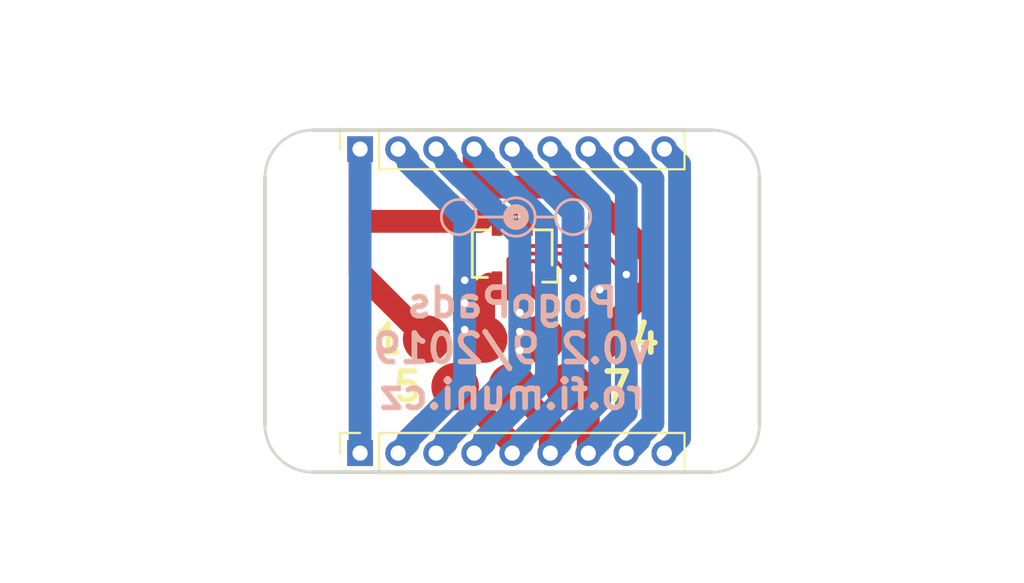
<source format=kicad_pcb>
(kicad_pcb (version 20241228) (generator "pcbnew") (generator_version "9.0")
  (layers (0 "F.Cu" signal) (2 "B.Cu" signal) (13 "F.Paste" user) (15 "B.Paste" user) (5 "F.SilkS" user "F.Silkscreen") (7 "B.SilkS" user "B.Silkscreen") (1 "F.Mask" user) (3 "B.Mask" user) (25 "Edge.Cuts" user))
  (net 0 "")
  (net 1 "1")
  (net 2 "2")
  (net 3 "3")
  (net 4 "4")
  (net 5 "5")
  (net 6 "6")
  (net 7 "7")
  (net 8 "8")
  (net 9 "9")
  (net 10 "Net-(J4-Pad6)")
  (footprint "rofi:pogo_pads_4_3" (layer "F.Cu") (at 118.5 70)
    (property "Reference" "J3" (hide yes))
    (property "Value" "POGO")
    (pad "1" smd circle (at -4.5 0) (size 2.5 2.5) (layers "F.Cu" "F.Mask" "F.Paste") (net 1 "1"))
    (pad "2" smd circle (at -1.5 0) (size 2.5 2.5) (layers "F.Cu" "F.Mask" "F.Paste") (net 2 "2"))
    (pad "3" smd circle (at 1.5 0) (size 2.5 2.5) (layers "F.Cu" "F.Mask" "F.Paste") (net 3 "3"))
    (pad "4" smd circle (at 4.5 0) (size 2.5 2.5) (layers "F.Cu" "F.Mask" "F.Paste") (net 4 "4"))
    (pad "5" smd circle (at -3 2.5) (size 2.5 2.5) (layers "F.Cu" "F.Mask" "F.Paste") (net 5 "5"))
    (pad "6" smd circle (at 0 2.5) (size 2.5 2.5) (layers "F.Cu" "F.Mask" "F.Paste") (net 6 "6"))
    (pad "7" smd circle (at 3 2.5) (size 2.5 2.5) (layers "F.Cu" "F.Mask" "F.Paste") (net 7 "7"))
  )
  (footprint "MountingHole:MountingHole_2mm" (layer "F.Cu") (at 129.2 68)
    (property "Reference" "H1" (hide yes))
    (property "Value" "MountingHole")
    (pad "" np_thru_hole circle (at 0 0) (size 2 2) (drill 2) (layers "*.Cu" "*.Mask" "In1.Cu" "In2.Cu" "In3.Cu" "In4.Cu" "In5.Cu" "In6.Cu" "In7.Cu" "In8.Cu" "In9.Cu" "In10.Cu" "In11.Cu" "In12.Cu" "In13.Cu" "In14.Cu" "In15.Cu" "In16.Cu" "In17.Cu" "In18.Cu" "In19.Cu" "In20.Cu" "In21.Cu" "In22.Cu" "In23.Cu" "In24.Cu" "In25.Cu" "In26.Cu" "In27.Cu" "In28.Cu" "In29.Cu" "In30.Cu"))
  )
  (footprint "MountingHole:MountingHole_2mm" (layer "F.Cu") (at 107.8 67.9)
    (property "Reference" "H2" (hide yes))
    (property "Value" "MountingHole")
    (pad "" np_thru_hole circle (at 0 0) (size 2 2) (drill 2) (layers "*.Cu" "*.Mask" "In1.Cu" "In2.Cu" "In3.Cu" "In4.Cu" "In5.Cu" "In6.Cu" "In7.Cu" "In8.Cu" "In9.Cu" "In10.Cu" "In11.Cu" "In12.Cu" "In13.Cu" "In14.Cu" "In15.Cu" "In16.Cu" "In17.Cu" "In18.Cu" "In19.Cu" "In20.Cu" "In21.Cu" "In22.Cu" "In23.Cu" "In24.Cu" "In25.Cu" "In26.Cu" "In27.Cu" "In28.Cu" "In29.Cu" "In30.Cu"))
  )
  (footprint "Connector_PinSocket_2.00mm:PinSocket_1x09_P2.00mm_Vertical" (layer "F.Cu") (at 110.5 76 90)
    (property "Reference" "J1" (hide yes))
    (property "Value" "IN")
    (fp_line (start 1.06 -1.06) (end 1.06 0) (stroke (width 0.12)) (layer "F.SilkS"))
    (fp_line (start 0 -1.06) (end 1.06 -1.06) (stroke (width 0.12)) (layer "F.SilkS"))
    (fp_line (start 1.06 1) (end 1.06 17.06) (stroke (width 0.12)) (layer "F.SilkS"))
    (fp_line (start -1.06 1) (end 1.06 1) (stroke (width 0.12)) (layer "F.SilkS"))
    (fp_line (start -1.06 1) (end -1.06 17.06) (stroke (width 0.12)) (layer "F.SilkS"))
    (fp_line (start -1.06 17.06) (end 1.06 17.06) (stroke (width 0.12)) (layer "F.SilkS"))
    (pad "1" thru_hole rect (at 0 0 90) (size 1.35 1.35) (drill 0.8) (layers "*.Cu" "*.Mask" "In1.Cu" "In2.Cu" "In3.Cu" "In4.Cu" "In5.Cu" "In6.Cu" "In7.Cu" "In8.Cu" "In9.Cu" "In10.Cu" "In11.Cu" "In12.Cu" "In13.Cu" "In14.Cu" "In15.Cu" "In16.Cu" "In17.Cu" "In18.Cu" "In19.Cu" "In20.Cu" "In21.Cu" "In22.Cu" "In23.Cu" "In24.Cu" "In25.Cu" "In26.Cu" "In27.Cu" "In28.Cu" "In29.Cu" "In30.Cu") (net 1 "1"))
    (pad "2" thru_hole oval (at 0 2 90) (size 1.35 1.35) (drill 0.8) (layers "*.Cu" "*.Mask" "In1.Cu" "In2.Cu" "In3.Cu" "In4.Cu" "In5.Cu" "In6.Cu" "In7.Cu" "In8.Cu" "In9.Cu" "In10.Cu" "In11.Cu" "In12.Cu" "In13.Cu" "In14.Cu" "In15.Cu" "In16.Cu" "In17.Cu" "In18.Cu" "In19.Cu" "In20.Cu" "In21.Cu" "In22.Cu" "In23.Cu" "In24.Cu" "In25.Cu" "In26.Cu" "In27.Cu" "In28.Cu" "In29.Cu" "In30.Cu") (net 2 "2"))
    (pad "3" thru_hole oval (at 0 4 90) (size 1.35 1.35) (drill 0.8) (layers "*.Cu" "*.Mask" "In1.Cu" "In2.Cu" "In3.Cu" "In4.Cu" "In5.Cu" "In6.Cu" "In7.Cu" "In8.Cu" "In9.Cu" "In10.Cu" "In11.Cu" "In12.Cu" "In13.Cu" "In14.Cu" "In15.Cu" "In16.Cu" "In17.Cu" "In18.Cu" "In19.Cu" "In20.Cu" "In21.Cu" "In22.Cu" "In23.Cu" "In24.Cu" "In25.Cu" "In26.Cu" "In27.Cu" "In28.Cu" "In29.Cu" "In30.Cu") (net 3 "3"))
    (pad "4" thru_hole oval (at 0 6 90) (size 1.35 1.35) (drill 0.8) (layers "*.Cu" "*.Mask" "In1.Cu" "In2.Cu" "In3.Cu" "In4.Cu" "In5.Cu" "In6.Cu" "In7.Cu" "In8.Cu" "In9.Cu" "In10.Cu" "In11.Cu" "In12.Cu" "In13.Cu" "In14.Cu" "In15.Cu" "In16.Cu" "In17.Cu" "In18.Cu" "In19.Cu" "In20.Cu" "In21.Cu" "In22.Cu" "In23.Cu" "In24.Cu" "In25.Cu" "In26.Cu" "In27.Cu" "In28.Cu" "In29.Cu" "In30.Cu") (net 4 "4"))
    (pad "5" thru_hole oval (at 0 8 90) (size 1.35 1.35) (drill 0.8) (layers "*.Cu" "*.Mask" "In1.Cu" "In2.Cu" "In3.Cu" "In4.Cu" "In5.Cu" "In6.Cu" "In7.Cu" "In8.Cu" "In9.Cu" "In10.Cu" "In11.Cu" "In12.Cu" "In13.Cu" "In14.Cu" "In15.Cu" "In16.Cu" "In17.Cu" "In18.Cu" "In19.Cu" "In20.Cu" "In21.Cu" "In22.Cu" "In23.Cu" "In24.Cu" "In25.Cu" "In26.Cu" "In27.Cu" "In28.Cu" "In29.Cu" "In30.Cu") (net 5 "5"))
    (pad "6" thru_hole oval (at 0 10 90) (size 1.35 1.35) (drill 0.8) (layers "*.Cu" "*.Mask" "In1.Cu" "In2.Cu" "In3.Cu" "In4.Cu" "In5.Cu" "In6.Cu" "In7.Cu" "In8.Cu" "In9.Cu" "In10.Cu" "In11.Cu" "In12.Cu" "In13.Cu" "In14.Cu" "In15.Cu" "In16.Cu" "In17.Cu" "In18.Cu" "In19.Cu" "In20.Cu" "In21.Cu" "In22.Cu" "In23.Cu" "In24.Cu" "In25.Cu" "In26.Cu" "In27.Cu" "In28.Cu" "In29.Cu" "In30.Cu") (net 6 "6"))
    (pad "7" thru_hole oval (at 0 12 90) (size 1.35 1.35) (drill 0.8) (layers "*.Cu" "*.Mask" "In1.Cu" "In2.Cu" "In3.Cu" "In4.Cu" "In5.Cu" "In6.Cu" "In7.Cu" "In8.Cu" "In9.Cu" "In10.Cu" "In11.Cu" "In12.Cu" "In13.Cu" "In14.Cu" "In15.Cu" "In16.Cu" "In17.Cu" "In18.Cu" "In19.Cu" "In20.Cu" "In21.Cu" "In22.Cu" "In23.Cu" "In24.Cu" "In25.Cu" "In26.Cu" "In27.Cu" "In28.Cu" "In29.Cu" "In30.Cu") (net 7 "7"))
    (pad "8" thru_hole oval (at 0 14 90) (size 1.35 1.35) (drill 0.8) (layers "*.Cu" "*.Mask" "In1.Cu" "In2.Cu" "In3.Cu" "In4.Cu" "In5.Cu" "In6.Cu" "In7.Cu" "In8.Cu" "In9.Cu" "In10.Cu" "In11.Cu" "In12.Cu" "In13.Cu" "In14.Cu" "In15.Cu" "In16.Cu" "In17.Cu" "In18.Cu" "In19.Cu" "In20.Cu" "In21.Cu" "In22.Cu" "In23.Cu" "In24.Cu" "In25.Cu" "In26.Cu" "In27.Cu" "In28.Cu" "In29.Cu" "In30.Cu") (net 8 "8"))
    (pad "9" thru_hole oval (at 0 16 90) (size 1.35 1.35) (drill 0.8) (layers "*.Cu" "*.Mask" "In1.Cu" "In2.Cu" "In3.Cu" "In4.Cu" "In5.Cu" "In6.Cu" "In7.Cu" "In8.Cu" "In9.Cu" "In10.Cu" "In11.Cu" "In12.Cu" "In13.Cu" "In14.Cu" "In15.Cu" "In16.Cu" "In17.Cu" "In18.Cu" "In19.Cu" "In20.Cu" "In21.Cu" "In22.Cu" "In23.Cu" "In24.Cu" "In25.Cu" "In26.Cu" "In27.Cu" "In28.Cu" "In29.Cu" "In30.Cu") (net 9 "9"))
  )
  (footprint "Connector_PinSocket_2.00mm:PinSocket_1x09_P2.00mm_Vertical" (layer "F.Cu") (at 110.5 60 90)
    (property "Reference" "J2" (hide yes))
    (property "Value" "OUT")
    (fp_line (start 1.06 -1.06) (end 1.06 0) (stroke (width 0.12)) (layer "F.SilkS"))
    (fp_line (start 0 -1.06) (end 1.06 -1.06) (stroke (width 0.12)) (layer "F.SilkS"))
    (fp_line (start 1.06 1) (end 1.06 17.06) (stroke (width 0.12)) (layer "F.SilkS"))
    (fp_line (start -1.06 1) (end 1.06 1) (stroke (width 0.12)) (layer "F.SilkS"))
    (fp_line (start -1.06 1) (end -1.06 17.06) (stroke (width 0.12)) (layer "F.SilkS"))
    (fp_line (start -1.06 17.06) (end 1.06 17.06) (stroke (width 0.12)) (layer "F.SilkS"))
    (pad "1" thru_hole rect (at 0 0 90) (size 1.35 1.35) (drill 0.8) (layers "*.Cu" "*.Mask" "In1.Cu" "In2.Cu" "In3.Cu" "In4.Cu" "In5.Cu" "In6.Cu" "In7.Cu" "In8.Cu" "In9.Cu" "In10.Cu" "In11.Cu" "In12.Cu" "In13.Cu" "In14.Cu" "In15.Cu" "In16.Cu" "In17.Cu" "In18.Cu" "In19.Cu" "In20.Cu" "In21.Cu" "In22.Cu" "In23.Cu" "In24.Cu" "In25.Cu" "In26.Cu" "In27.Cu" "In28.Cu" "In29.Cu" "In30.Cu") (net 1 "1"))
    (pad "2" thru_hole oval (at 0 2 90) (size 1.35 1.35) (drill 0.8) (layers "*.Cu" "*.Mask" "In1.Cu" "In2.Cu" "In3.Cu" "In4.Cu" "In5.Cu" "In6.Cu" "In7.Cu" "In8.Cu" "In9.Cu" "In10.Cu" "In11.Cu" "In12.Cu" "In13.Cu" "In14.Cu" "In15.Cu" "In16.Cu" "In17.Cu" "In18.Cu" "In19.Cu" "In20.Cu" "In21.Cu" "In22.Cu" "In23.Cu" "In24.Cu" "In25.Cu" "In26.Cu" "In27.Cu" "In28.Cu" "In29.Cu" "In30.Cu") (net 2 "2"))
    (pad "3" thru_hole oval (at 0 4 90) (size 1.35 1.35) (drill 0.8) (layers "*.Cu" "*.Mask" "In1.Cu" "In2.Cu" "In3.Cu" "In4.Cu" "In5.Cu" "In6.Cu" "In7.Cu" "In8.Cu" "In9.Cu" "In10.Cu" "In11.Cu" "In12.Cu" "In13.Cu" "In14.Cu" "In15.Cu" "In16.Cu" "In17.Cu" "In18.Cu" "In19.Cu" "In20.Cu" "In21.Cu" "In22.Cu" "In23.Cu" "In24.Cu" "In25.Cu" "In26.Cu" "In27.Cu" "In28.Cu" "In29.Cu" "In30.Cu") (net 3 "3"))
    (pad "4" thru_hole oval (at 0 6 90) (size 1.35 1.35) (drill 0.8) (layers "*.Cu" "*.Mask" "In1.Cu" "In2.Cu" "In3.Cu" "In4.Cu" "In5.Cu" "In6.Cu" "In7.Cu" "In8.Cu" "In9.Cu" "In10.Cu" "In11.Cu" "In12.Cu" "In13.Cu" "In14.Cu" "In15.Cu" "In16.Cu" "In17.Cu" "In18.Cu" "In19.Cu" "In20.Cu" "In21.Cu" "In22.Cu" "In23.Cu" "In24.Cu" "In25.Cu" "In26.Cu" "In27.Cu" "In28.Cu" "In29.Cu" "In30.Cu") (net 4 "4"))
    (pad "5" thru_hole oval (at 0 8 90) (size 1.35 1.35) (drill 0.8) (layers "*.Cu" "*.Mask" "In1.Cu" "In2.Cu" "In3.Cu" "In4.Cu" "In5.Cu" "In6.Cu" "In7.Cu" "In8.Cu" "In9.Cu" "In10.Cu" "In11.Cu" "In12.Cu" "In13.Cu" "In14.Cu" "In15.Cu" "In16.Cu" "In17.Cu" "In18.Cu" "In19.Cu" "In20.Cu" "In21.Cu" "In22.Cu" "In23.Cu" "In24.Cu" "In25.Cu" "In26.Cu" "In27.Cu" "In28.Cu" "In29.Cu" "In30.Cu") (net 5 "5"))
    (pad "6" thru_hole oval (at 0 10 90) (size 1.35 1.35) (drill 0.8) (layers "*.Cu" "*.Mask" "In1.Cu" "In2.Cu" "In3.Cu" "In4.Cu" "In5.Cu" "In6.Cu" "In7.Cu" "In8.Cu" "In9.Cu" "In10.Cu" "In11.Cu" "In12.Cu" "In13.Cu" "In14.Cu" "In15.Cu" "In16.Cu" "In17.Cu" "In18.Cu" "In19.Cu" "In20.Cu" "In21.Cu" "In22.Cu" "In23.Cu" "In24.Cu" "In25.Cu" "In26.Cu" "In27.Cu" "In28.Cu" "In29.Cu" "In30.Cu") (net 6 "6"))
    (pad "7" thru_hole oval (at 0 12 90) (size 1.35 1.35) (drill 0.8) (layers "*.Cu" "*.Mask" "In1.Cu" "In2.Cu" "In3.Cu" "In4.Cu" "In5.Cu" "In6.Cu" "In7.Cu" "In8.Cu" "In9.Cu" "In10.Cu" "In11.Cu" "In12.Cu" "In13.Cu" "In14.Cu" "In15.Cu" "In16.Cu" "In17.Cu" "In18.Cu" "In19.Cu" "In20.Cu" "In21.Cu" "In22.Cu" "In23.Cu" "In24.Cu" "In25.Cu" "In26.Cu" "In27.Cu" "In28.Cu" "In29.Cu" "In30.Cu") (net 7 "7"))
    (pad "8" thru_hole oval (at 0 14 90) (size 1.35 1.35) (drill 0.8) (layers "*.Cu" "*.Mask" "In1.Cu" "In2.Cu" "In3.Cu" "In4.Cu" "In5.Cu" "In6.Cu" "In7.Cu" "In8.Cu" "In9.Cu" "In10.Cu" "In11.Cu" "In12.Cu" "In13.Cu" "In14.Cu" "In15.Cu" "In16.Cu" "In17.Cu" "In18.Cu" "In19.Cu" "In20.Cu" "In21.Cu" "In22.Cu" "In23.Cu" "In24.Cu" "In25.Cu" "In26.Cu" "In27.Cu" "In28.Cu" "In29.Cu" "In30.Cu") (net 8 "8"))
    (pad "9" thru_hole oval (at 0 16 90) (size 1.35 1.35) (drill 0.8) (layers "*.Cu" "*.Mask" "In1.Cu" "In2.Cu" "In3.Cu" "In4.Cu" "In5.Cu" "In6.Cu" "In7.Cu" "In8.Cu" "In9.Cu" "In10.Cu" "In11.Cu" "In12.Cu" "In13.Cu" "In14.Cu" "In15.Cu" "In16.Cu" "In17.Cu" "In18.Cu" "In19.Cu" "In20.Cu" "In21.Cu" "In22.Cu" "In23.Cu" "In24.Cu" "In25.Cu" "In26.Cu" "In27.Cu" "In28.Cu" "In29.Cu" "In30.Cu") (net 9 "9"))
  )
  (footprint "rofi:molex-505004-0812" (layer "F.Cu") (at 118.5 65.5 180)
    (property "Reference" "J4" (hide yes))
    (property "Value" "Molex")
    (fp_line (start 2.1 1.25) (end 2.1 -1.25) (stroke (width 0.15)) (layer "F.SilkS"))
    (fp_line (start 2.1 -1.25) (end 1.3 -1.25) (stroke (width 0.15)) (layer "F.SilkS"))
    (fp_line (start 1.2 1.25) (end 2.1 1.25) (stroke (width 0.15)) (layer "F.SilkS"))
    (fp_line (start -1.6 -1.5) (end -2.4 -1.5) (stroke (width 0.15)) (layer "F.SilkS"))
    (fp_line (start -2.1 1.25) (end -1.2 1.25) (stroke (width 0.15)) (layer "F.SilkS"))
    (fp_line (start -2.1 -0.6) (end -2.1 1.25) (stroke (width 0.15)) (layer "F.SilkS"))
    (fp_line (start -2.4 -1.5) (end -2.4 -0.7) (stroke (width 0.15)) (layer "F.SilkS"))
    (pad "1" smd rect (at -0.8 -1.7 180) (size 0.55 1.524) (layers "F.Cu" "F.Mask" "F.Paste") (net 3 "3"))
    (pad "2" smd rect (at -0.8 1.7 180) (size 0.55 1.524) (layers "F.Cu" "F.Mask" "F.Paste") (net 4 "4"))
    (pad "3" smd rect (at -0.2 -1.7 180) (size 0.2 1.524) (layers "F.Cu" "F.Mask" "F.Paste") (net 5 "5"))
    (pad "4" smd rect (at -0.2 1.7 180) (size 0.2 1.524) (layers "F.Cu" "F.Mask" "F.Paste") (net 7 "7"))
    (pad "5" smd rect (at 0.2 -1.7 180) (size 0.2 1.524) (layers "F.Cu" "F.Mask" "F.Paste") (net 6 "6"))
    (pad "6" smd rect (at 0.2 1.7 180) (size 0.2 1.524) (layers "F.Cu" "F.Mask" "F.Paste") (net 10 "Net-(J4-Pad6)"))
    (pad "7" smd rect (at 0.8 -1.7 180) (size 0.55 1.524) (layers "F.Cu" "F.Mask" "F.Paste") (net 2 "2"))
    (pad "8" smd rect (at 0.8 1.7 180) (size 0.55 1.524) (layers "F.Cu" "F.Mask" "F.Paste") (net 1 "1"))
  )
  (footprint "Symbol:Symbol_Barrel_Polarity" (layer "B.Cu") (at 118.7 63.5 180)
    (property "Reference" "REF**" (hide yes))
    (property "Value" "Symbol_Barrel_Polarity")
    (fp_line (start 2 -0.075) (end 0 -0.075) (stroke (width 0.15)) (layer "B.SilkS"))
    (fp_line (start -1.1 -0.075) (end -2 -0.075) (stroke (width 0.15)) (layer "B.SilkS"))
    (fp_arc (start 0.675 0.675) (mid -1.007627 -0.128033) (end 0.75 -0.75) (stroke (width 0.15)) (layer "B.SilkS"))
    (fp_circle (center 3 -0.075) (end 3 -1) (stroke (width 0.15)) (fill no) (layer "B.SilkS"))
    (fp_circle (center 0 -0.075) (end 0 -0.25) (stroke (width 0.5)) (fill no) (layer "B.SilkS"))
    (fp_circle (center -3 -0.075) (end -3 -1) (stroke (width 0.15)) (fill no) (layer "B.SilkS"))
  )
  (gr_line (start 108 59) (end 129 59) (stroke (width 0.2)) (layer "Edge.Cuts"))
  (gr_arc (start 105.5 61.5) (mid 106.232233 59.732233) (end 108 59) (stroke (width 0.15)) (layer "Edge.Cuts"))
  (gr_line (start 108 77) (end 129 77) (stroke (width 0.2)) (layer "Edge.Cuts"))
  (gr_arc (start 129 59) (mid 130.767767 59.732233) (end 131.5 61.5) (stroke (width 0.15)) (layer "Edge.Cuts"))
  (gr_arc (start 108 77) (mid 106.232233 76.267767) (end 105.5 74.5) (stroke (width 0.15)) (layer "Edge.Cuts"))
  (gr_line (start 105.5 61.5) (end 105.5 74.5) (stroke (width 0.2)) (layer "Edge.Cuts"))
  (gr_arc (start 131.5 74.5) (mid 130.767767 76.267767) (end 129 77) (stroke (width 0.15)) (layer "Edge.Cuts"))
  (gr_line (start 131.5 74.5) (end 131.5 61.5) (stroke (width 0.2)) (layer "Edge.Cuts"))
  (gr_text "1" (at 112 70 0) (layer "F.SilkS") (effects (font (size 1.5 1.5) (thickness 0.3))))
  (gr_text "4" (at 125.5 70 0) (layer "F.SilkS") (effects (font (size 1.5 1.5) (thickness 0.3))))
  (gr_text "5" (at 113 72.5 0) (layer "F.SilkS") (effects (font (size 1.5 1.5) (thickness 0.3))))
  (gr_text "7" (at 124 72.5 0) (layer "F.SilkS") (effects (font (size 1.5 1.5) (thickness 0.3))))
  (gr_text "PogoPads\nv0.2 9/2019\nro.fi.muni.cz" (at 118.5 70.5 0) (layer "B.SilkS") (effects (font (size 1.5 1.5) (thickness 0.3)) (justify mirror)))
  (segment (start 110.5 66.5) (end 114 70) (width 1.2) (layer "F.Cu") (net 1))
  (segment (start 110.725 63.8) (end 110.5 63.575) (width 1.2) (layer "F.Cu") (net 1))
  (segment (start 110.5 63.575) (end 110.5 60.8) (width 1.2) (layer "F.Cu") (net 1))
  (segment (start 116.8 63.8) (end 117.7 63.8) (width 0.5) (layer "F.Cu") (net 1))
  (segment (start 116.8 63.8) (end 110.725 63.8) (width 1.2) (layer "F.Cu") (net 1))
  (segment (start 110.5 63.575) (end 110.5 66.5) (width 1.2) (layer "F.Cu") (net 1))
  (segment (start 110.5 60) (end 110.5 76) (width 1.2) (layer "B.Cu") (net 1))
  (segment (start 116.000002 69.000002) (end 116.000002 66.900002) (width 1.2) (layer "F.Cu") (net 2))
  (segment (start 117 67.9) (end 117.7 67.2) (width 0.5) (layer "F.Cu") (net 2))
  (segment (start 116.000002 66.900002) (end 116 66.9) (width 1.2) (layer "F.Cu") (net 2))
  (segment (start 116.000002 68.1) (end 116.000002 69.000002) (width 1.2) (layer "F.Cu") (net 2))
  (segment (start 116.5 70) (end 116 69.5) (width 1.2) (layer "F.Cu") (net 2))
  (segment (start 116.000002 68.1) (end 116.000002 66.900002) (width 1.2) (layer "F.Cu") (net 2))
  (segment (start 117 67.4) (end 117 70) (width 1.2) (layer "F.Cu") (net 2))
  (segment (start 117 69.743998) (end 117 70) (width 1.5) (layer "F.Cu") (net 2))
  (segment (start 116.000002 69.000002) (end 117 70) (width 1.2) (layer "F.Cu") (net 2))
  (segment (start 117.3 67.1) (end 117 67.4) (width 1.2) (layer "F.Cu") (net 2))
  (segment (start 117 69.454594) (end 117 70) (width 1.5) (layer "F.Cu") (net 2))
  (segment (start 117 70) (end 116.5 70) (width 1.2) (layer "F.Cu") (net 2))
  (via (at 116.000002 68.1) (size 0.8) (drill 0.4) (layers "F.Cu" "B.Cu") (net 2))
  (via (at 116 69.5) (size 0.8) (drill 0.4) (layers "F.Cu" "B.Cu") (net 2))
  (via (at 116 66.9) (size 0.8) (drill 0.4) (layers "F.Cu" "B.Cu") (net 2))
  (segment (start 115.212096 62.875011) (end 115.232184 62.875011) (width 1.2) (layer "B.Cu") (net 2))
  (segment (start 113.024999 75.475001) (end 112.5 76) (width 1.2) (layer "B.Cu") (net 2))
  (segment (start 116 72.337086) (end 113.812087 74.524999) (width 1.2) (layer "B.Cu") (net 2))
  (segment (start 113.024999 60.524999) (end 113.024999 60.708001) (width 1.2) (layer "B.Cu") (net 2))
  (segment (start 113.791999 61.475001) (end 113.812086 61.475001) (width 1.2) (layer "B.Cu") (net 2))
  (segment (start 115.232184 62.875011) (end 116 63.642827) (width 1.2) (layer "B.Cu") (net 2))
  (segment (start 113.024999 75.291999) (end 113.024999 75.475001) (width 1.2) (layer "B.Cu") (net 2))
  (segment (start 116 63.642827) (end 116 69.5) (width 1.2) (layer "B.Cu") (net 2))
  (segment (start 113.812086 61.475001) (end 115.212096 62.875011) (width 1.2) (layer "B.Cu") (net 2))
  (segment (start 116 69.5) (end 116 72.337086) (width 1.2) (layer "B.Cu") (net 2))
  (segment (start 113.812087 74.524999) (end 113.791999 74.524999) (width 1.2) (layer "B.Cu") (net 2))
  (segment (start 113.791999 74.524999) (end 113.024999 75.291999) (width 1.2) (layer "B.Cu") (net 2))
  (segment (start 113.024999 60.708001) (end 113.791999 61.475001) (width 1.2) (layer "B.Cu") (net 2))
  (segment (start 112.5 60) (end 113.024999 60.524999) (width 1.2) (layer "B.Cu") (net 2))
  (segment (start 119.3 70) (end 118.89994 69.59994) (width 0.5) (layer "F.Cu") (net 3))
  (segment (start 120 69.7) (end 118.89994 68.59994) (width 0.5) (layer "F.Cu") (net 3))
  (segment (start 120 70) (end 119.3 70) (width 0.5) (layer "F.Cu") (net 3))
  (segment (start 120 70) (end 120 67.9) (width 0.5) (layer "F.Cu") (net 3))
  (segment (start 119.5 70) (end 118.9 70.6) (width 0.5) (layer "F.Cu") (net 3))
  (segment (start 120 67.9) (end 119.3 67.2) (width 0.5) (layer "F.Cu") (net 3))
  (segment (start 120 70) (end 120 69.7) (width 0.5) (layer "F.Cu") (net 3))
  (segment (start 120 70) (end 119.5 70) (width 0.5) (layer "F.Cu") (net 3))
  (segment (start 120 70) (end 120 69.743998) (width 1.5) (layer "F.Cu") (net 3))
  (via (at 118.89994 68.59994) (size 0.8) (drill 0.4) (layers "F.Cu" "B.Cu") (net 3))
  (via (at 118.89994 69.59994) (size 0.8) (drill 0.4) (layers "F.Cu" "B.Cu") (net 3))
  (via (at 118.9 70.6) (size 0.8) (drill 0.4) (layers "F.Cu" "B.Cu") (net 3))
  (segment (start 118.89994 68.59994) (end 118.89994 64.522679) (width 1.2) (layer "B.Cu") (net 3))
  (segment (start 118.89994 64.522679) (end 118.652282 64.275021) (width 1.2) (layer "B.Cu") (net 3))
  (segment (start 118.632193 64.275021) (end 117.232184 62.875011) (width 1.2) (layer "B.Cu") (net 3))
  (segment (start 115.812086 61.475001) (end 115.791999 61.475001) (width 1.2) (layer "B.Cu") (net 3))
  (segment (start 117.212096 62.875011) (end 115.812086 61.475001) (width 1.2) (layer "B.Cu") (net 3))
  (segment (start 115.024999 75.475001) (end 115.024999 75.291999) (width 1.2) (layer "B.Cu") (net 3))
  (segment (start 115.024999 75.291999) (end 118.89994 71.417058) (width 1.2) (layer "B.Cu") (net 3))
  (segment (start 118.89994 69.59994) (end 118.89994 68.59994) (width 1.2) (layer "B.Cu") (net 3))
  (segment (start 118.89994 71.417058) (end 118.89994 69.59994) (width 1.2) (layer "B.Cu") (net 3))
  (segment (start 115.024999 60.708001) (end 115.024999 60.524999) (width 1.2) (layer "B.Cu") (net 3))
  (segment (start 114.5 76) (end 115.024999 75.475001) (width 1.2) (layer "B.Cu") (net 3))
  (segment (start 117.232184 62.875011) (end 117.212096 62.875011) (width 1.2) (layer "B.Cu") (net 3))
  (segment (start 115.024999 60.524999) (end 114.5 60) (width 1.2) (layer "B.Cu") (net 3))
  (segment (start 118.652282 64.275021) (end 118.632193 64.275021) (width 1.2) (layer "B.Cu") (net 3))
  (segment (start 115.791999 61.475001) (end 115.024999 60.708001) (width 1.2) (layer "B.Cu") (net 3))
  (segment (start 119.3 63.8) (end 119.3 62) (width 0.5) (layer "F.Cu") (net 4))
  (segment (start 119.3 62) (end 122.176002 62) (width 1.2) (layer "F.Cu") (net 4))
  (segment (start 116.5 60) (end 116.5 61) (width 1.2) (layer "F.Cu") (net 4))
  (segment (start 117.5 62) (end 119.3 62) (width 1.2) (layer "F.Cu") (net 4))
  (segment (start 116.5 61) (end 117.5 62) (width 1.2) (layer "F.Cu") (net 4))
  (segment (start 125.76 65.583998) (end 125.76 67.24) (width 1.2) (layer "F.Cu") (net 4))
  (segment (start 125.76 67.24) (end 123 70) (width 1.2) (layer "F.Cu") (net 4))
  (segment (start 122.176002 62) (end 125.76 65.583998) (width 1.2) (layer "F.Cu") (net 4))
  (segment (start 120.29995 72.057222) (end 119.232183 73.124989) (width 1.2) (layer "B.Cu") (net 4))
  (segment (start 117.812086 61.475001) (end 119.212096 62.875011) (width 1.2) (layer "B.Cu") (net 4))
  (segment (start 116.5 60) (end 117.024999 60.524999) (width 1.2) (layer "B.Cu") (net 4))
  (segment (start 119.232183 73.124989) (end 119.212096 73.124989) (width 1.2) (layer "B.Cu") (net 4))
  (segment (start 119.232184 62.875011) (end 120.29995 63.942777) (width 1.2) (layer "B.Cu") (net 4))
  (segment (start 117.024999 60.708001) (end 117.791999 61.475001) (width 1.2) (layer "B.Cu") (net 4))
  (segment (start 117.791999 61.475001) (end 117.812086 61.475001) (width 1.2) (layer "B.Cu") (net 4))
  (segment (start 117.024999 60.524999) (end 117.024999 60.708001) (width 1.2) (layer "B.Cu") (net 4))
  (segment (start 119.212096 73.124989) (end 117.812086 74.524999) (width 1.2) (layer "B.Cu") (net 4))
  (segment (start 117.024999 75.475001) (end 116.5 76) (width 1.2) (layer "B.Cu") (net 4))
  (segment (start 117.024999 75.291999) (end 117.024999 75.475001) (width 1.2) (layer "B.Cu") (net 4))
  (segment (start 117.812086 74.524999) (end 117.791999 74.524999) (width 1.2) (layer "B.Cu") (net 4))
  (segment (start 119.212096 62.875011) (end 119.232184 62.875011) (width 1.2) (layer "B.Cu") (net 4))
  (segment (start 120.29995 63.942777) (end 120.29995 72.057222) (width 1.2) (layer "B.Cu") (net 4))
  (segment (start 117.791999 74.524999) (end 117.024999 75.291999) (width 1.2) (layer "B.Cu") (net 4))
  (segment (start 119.022998 65.9) (end 120.8 65.9) (width 0.2) (layer "F.Cu") (net 5))
  (segment (start 118.7 67.2) (end 118.7 66.222998) (width 0.2) (layer "F.Cu") (net 5))
  (segment (start 118.7 66.222998) (end 119.022998 65.9) (width 0.2) (layer "F.Cu") (net 5))
  (segment (start 120.8 65.9) (end 121.7 66.8) (width 0.2) (layer "F.Cu") (net 5))
  (segment (start 115.5 72.5) (end 118.5 75.5) (width 1.2) (layer "F.Cu") (net 5))
  (via (at 121.7 66.8) (size 0.8) (drill 0.4) (layers "F.Cu" "B.Cu") (net 5))
  (segment (start 119.024999 75.475001) (end 118.5 76) (width 1.2) (layer "B.Cu") (net 5))
  (segment (start 121.69996 63.342787) (end 121.69996 72.657213) (width 1.2) (layer "B.Cu") (net 5))
  (segment (start 121.232184 73.124989) (end 121.212096 73.124989) (width 1.2) (layer "B.Cu") (net 5))
  (segment (start 121.69996 72.657213) (end 121.232184 73.124989) (width 1.2) (layer "B.Cu") (net 5))
  (segment (start 121.212096 62.875011) (end 121.232184 62.875011) (width 1.2) (layer "B.Cu") (net 5))
  (segment (start 118.5 60) (end 119.024999 60.524999) (width 1.2) (layer "B.Cu") (net 5))
  (segment (start 119.024999 75.291999) (end 119.024999 75.475001) (width 1.2) (layer "B.Cu") (net 5))
  (segment (start 119.812086 74.524999) (end 119.791999 74.524999) (width 1.2) (layer "B.Cu") (net 5))
  (segment (start 121.212096 73.124989) (end 119.812086 74.524999) (width 1.2) (layer "B.Cu") (net 5))
  (segment (start 119.791999 61.475001) (end 119.812086 61.475001) (width 1.2) (layer "B.Cu") (net 5))
  (segment (start 119.812086 61.475001) (end 121.212096 62.875011) (width 1.2) (layer "B.Cu") (net 5))
  (segment (start 119.024999 60.708001) (end 119.791999 61.475001) (width 1.2) (layer "B.Cu") (net 5))
  (segment (start 121.232184 62.875011) (end 121.69996 63.342787) (width 1.2) (layer "B.Cu") (net 5))
  (segment (start 119.024999 60.524999) (end 119.024999 60.708001) (width 1.2) (layer "B.Cu") (net 5))
  (segment (start 119.791999 74.524999) (end 119.024999 75.291999) (width 1.2) (layer "B.Cu") (net 5))
  (segment (start 118.3 67.2) (end 118.3 65.8) (width 0.2) (layer "F.Cu") (net 6))
  (segment (start 120.5 74.5) (end 120.5 76) (width 1.2) (layer "F.Cu") (net 6))
  (segment (start 123.09997 66.834285) (end 123.09997 67.39997) (width 0.2) (layer "F.Cu") (net 6))
  (segment (start 118.5 72.5) (end 120.5 74.5) (width 1.2) (layer "F.Cu") (net 6))
  (segment (start 118.5 72.5) (end 118.5 72.756002) (width 1.5) (layer "F.Cu") (net 6))
  (segment (start 121.765685 65.5) (end 123.09997 66.834285) (width 0.2) (layer "F.Cu") (net 6))
  (segment (start 118.6 65.5) (end 121.765685 65.5) (width 0.2) (layer "F.Cu") (net 6))
  (segment (start 118.3 65.8) (end 118.6 65.5) (width 0.2) (layer "F.Cu") (net 6))
  (via (at 123.09997 67.39997) (size 0.8) (drill 0.4) (layers "F.Cu" "B.Cu") (net 6))
  (segment (start 123.09997 62.762885) (end 123.09997 67.39997) (width 1.2) (layer "B.Cu") (net 6))
  (segment (start 120.5 60) (end 121.024999 60.524999) (width 1.2) (layer "B.Cu") (net 6))
  (segment (start 121.791999 74.524999) (end 121.024999 75.291999) (width 1.2) (layer "B.Cu") (net 6))
  (segment (start 121.024999 60.708001) (end 121.791999 61.475001) (width 1.2) (layer "B.Cu") (net 6))
  (segment (start 123.09997 73.237115) (end 121.812086 74.524999) (width 1.2) (layer "B.Cu") (net 6))
  (segment (start 121.024999 75.291999) (end 121.024999 75.475001) (width 1.2) (layer "B.Cu") (net 6))
  (segment (start 121.024999 75.475001) (end 120.5 76) (width 1.2) (layer "B.Cu") (net 6))
  (segment (start 121.812086 61.475001) (end 123.09997 62.762885) (width 1.2) (layer "B.Cu") (net 6))
  (segment (start 123.09997 67.39997) (end 123.09997 73.237115) (width 1.2) (layer "B.Cu") (net 6))
  (segment (start 121.791999 61.475001) (end 121.812086 61.475001) (width 1.2) (layer "B.Cu") (net 6))
  (segment (start 121.812086 74.524999) (end 121.791999 74.524999) (width 1.2) (layer "B.Cu") (net 6))
  (segment (start 121.024999 60.524999) (end 121.024999 60.708001) (width 1.2) (layer "B.Cu") (net 6))
  (segment (start 122.5 73.5) (end 122.5 76) (width 1.2) (layer "F.Cu") (net 7))
  (segment (start 124.099981 66.199947) (end 124.49998 66.599946) (width 0.2) (layer "F.Cu") (net 7))
  (segment (start 121.5 72.5) (end 122.5 73.5) (width 1.2) (layer "F.Cu") (net 7))
  (segment (start 119.038 65.1) (end 123.000034 65.1) (width 0.2) (layer "F.Cu") (net 7))
  (segment (start 123.000034 65.1) (end 124.099981 66.199947) (width 0.2) (layer "F.Cu") (net 7))
  (segment (start 118.7 63.8) (end 118.7 64.762) (width 0.2) (layer "F.Cu") (net 7))
  (segment (start 118.7 64.762) (end 119.038 65.1) (width 0.2) (layer "F.Cu") (net 7))
  (via (at 124.49998 66.599946) (size 0.8) (drill 0.4) (layers "F.Cu" "B.Cu") (net 7))
  (segment (start 122.5 60) (end 123.174999 60.674999) (width 1.2) (layer "B.Cu") (net 7))
  (segment (start 124.49998 66.034261) (end 124.49998 66.599946) (width 1.2) (layer "B.Cu") (net 7))
  (segment (start 123.174999 60.837913) (end 124.49998 62.162894) (width 1.2) (layer "B.Cu") (net 7))
  (segment (start 124.49998 67.165631) (end 124.49998 66.599946) (width 1.2) (layer "B.Cu") (net 7))
  (segment (start 124.49998 73.837105) (end 124.49998 67.165631) (width 1.2) (layer "B.Cu") (net 7))
  (segment (start 123.174999 75.325001) (end 123.174999 75.162086) (width 1.2) (layer "B.Cu") (net 7))
  (segment (start 124.49998 62.162894) (end 124.49998 66.034261) (width 1.2) (layer "B.Cu") (net 7))
  (segment (start 122.5 76) (end 123.174999 75.325001) (width 1.2) (layer "B.Cu") (net 7))
  (segment (start 123.174999 75.162086) (end 124.49998 73.837105) (width 1.2) (layer "B.Cu") (net 7))
  (segment (start 123.174999 60.674999) (end 123.174999 60.837913) (width 1.2) (layer "B.Cu") (net 7))
  (segment (start 124.5 60) (end 125.174999 60.674999) (width 1.2) (layer "B.Cu") (net 8))
  (segment (start 125.90001 74.416989) (end 125.174999 75.142) (width 1.2) (layer "B.Cu") (net 8))
  (segment (start 125.174999 60.674999) (end 125.174999 60.857999) (width 1.2) (layer "B.Cu") (net 8))
  (segment (start 125.174999 75.325001) (end 124.5 76) (width 1.2) (layer "B.Cu") (net 8))
  (segment (start 125.174999 75.142) (end 125.174999 75.325001) (width 1.2) (layer "B.Cu") (net 8))
  (segment (start 125.90001 61.58301) (end 125.90001 74.416989) (width 1.2) (layer "B.Cu") (net 8))
  (segment (start 125.174999 60.857999) (end 125.90001 61.58301) (width 1.2) (layer "B.Cu") (net 8))
  (segment (start 127.174999 75.325001) (end 126.5 76) (width 1.2) (layer "B.Cu") (net 9))
  (segment (start 126.5 60) (end 127.30002 60.80002) (width 1.2) (layer "B.Cu") (net 9))
  (segment (start 127.30002 60.80002) (end 127.30002 75.19998) (width 1.2) (layer "B.Cu") (net 9))
  (segment (start 127.30002 75.19998) (end 127.174999 75.325001) (width 1.2) (layer "B.Cu") (net 9))
)
</source>
